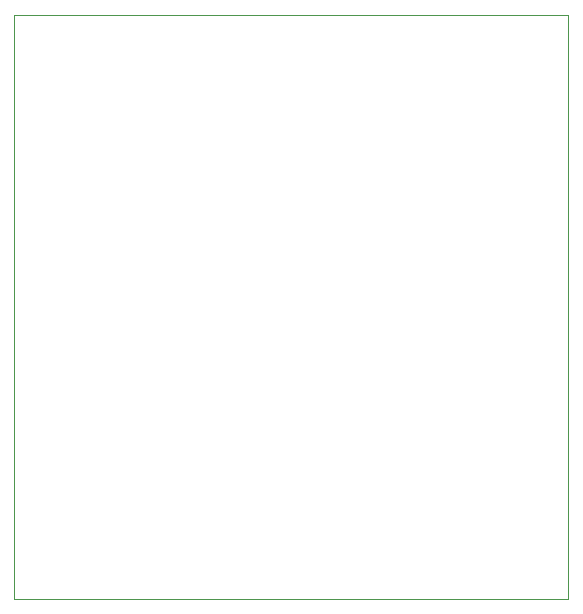
<source format=gbr>
%TF.GenerationSoftware,KiCad,Pcbnew,6.0.4+dfsg-1+b1*%
%TF.CreationDate,2022-07-06T22:38:45+03:00*%
%TF.ProjectId,dexx_video_adapter,64657878-5f76-4696-9465-6f5f61646170,rev?*%
%TF.SameCoordinates,Original*%
%TF.FileFunction,Profile,NP*%
%FSLAX46Y46*%
G04 Gerber Fmt 4.6, Leading zero omitted, Abs format (unit mm)*
G04 Created by KiCad (PCBNEW 6.0.4+dfsg-1+b1) date 2022-07-06 22:38:45*
%MOMM*%
%LPD*%
G01*
G04 APERTURE LIST*
%TA.AperFunction,Profile*%
%ADD10C,0.100000*%
%TD*%
G04 APERTURE END LIST*
D10*
X72210000Y-16000000D02*
X25310000Y-16000000D01*
X25310000Y-16000000D02*
X25310000Y-65400000D01*
X25310000Y-65400000D02*
X72210000Y-65400000D01*
X72210000Y-65400000D02*
X72210000Y-16000000D01*
M02*

</source>
